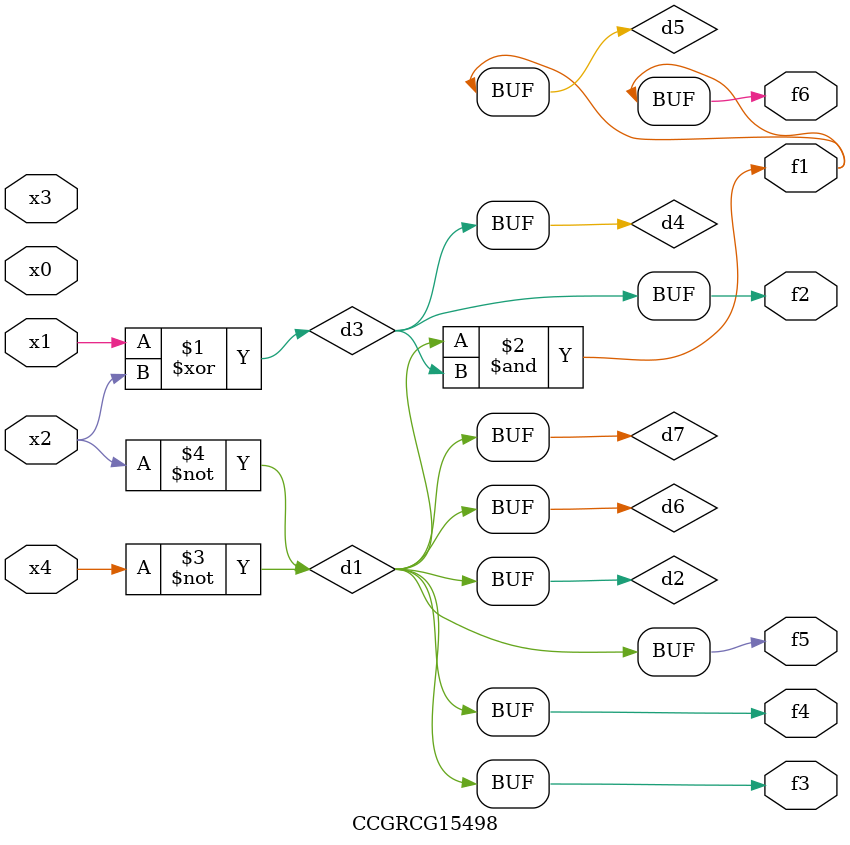
<source format=v>
module CCGRCG15498(
	input x0, x1, x2, x3, x4,
	output f1, f2, f3, f4, f5, f6
);

	wire d1, d2, d3, d4, d5, d6, d7;

	not (d1, x4);
	not (d2, x2);
	xor (d3, x1, x2);
	buf (d4, d3);
	and (d5, d1, d3);
	buf (d6, d1, d2);
	buf (d7, d2);
	assign f1 = d5;
	assign f2 = d4;
	assign f3 = d7;
	assign f4 = d7;
	assign f5 = d7;
	assign f6 = d5;
endmodule

</source>
